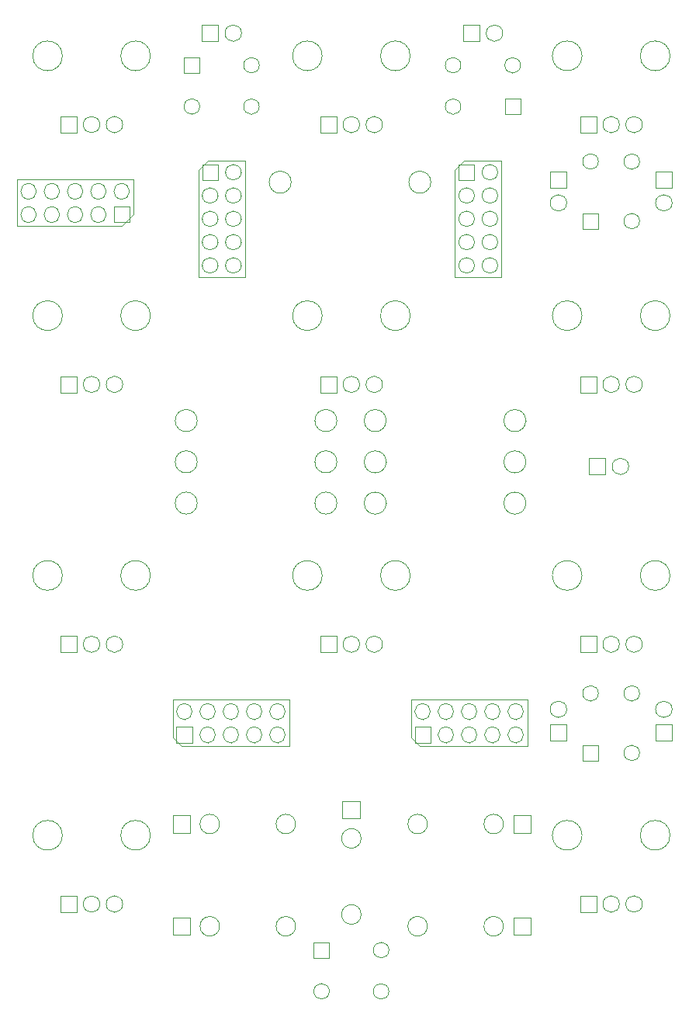
<source format=gbr>
%TF.GenerationSoftware,KiCad,Pcbnew,7.0.1*%
%TF.CreationDate,2023-10-25T20:50:30-07:00*%
%TF.ProjectId,daisy_ampsim_euro_pcb,64616973-795f-4616-9d70-73696d5f6575,rev?*%
%TF.SameCoordinates,Original*%
%TF.FileFunction,AssemblyDrawing,Bot*%
%FSLAX46Y46*%
G04 Gerber Fmt 4.6, Leading zero omitted, Abs format (unit mm)*
G04 Created by KiCad (PCBNEW 7.0.1) date 2023-10-25 20:50:30*
%MOMM*%
%LPD*%
G01*
G04 APERTURE LIST*
%ADD10C,0.100000*%
G04 APERTURE END LIST*
D10*
%TO.C,J_D1*%
X96540000Y-73350000D02*
X96540000Y-60650000D01*
X96540000Y-60650000D02*
X92460000Y-60650000D01*
X92460000Y-60650000D02*
X91460000Y-61650000D01*
X91460000Y-73350000D02*
X96540000Y-73350000D01*
X91460000Y-61650000D02*
X91460000Y-73350000D01*
%TO.C,J_B1*%
X73350000Y-119460000D02*
X60650000Y-119460000D01*
X60650000Y-119460000D02*
X60650000Y-123540000D01*
X60650000Y-123540000D02*
X61650000Y-124540000D01*
X73350000Y-124540000D02*
X73350000Y-119460000D01*
X61650000Y-124540000D02*
X73350000Y-124540000D01*
%TO.C,J4*%
X43650000Y-67810000D02*
X55080000Y-67810000D01*
X55080000Y-67810000D02*
X56350000Y-66540000D01*
X56350000Y-66540000D02*
X56350000Y-62730000D01*
X43650000Y-62730000D02*
X43650000Y-67810000D01*
X56350000Y-62730000D02*
X43650000Y-62730000D01*
%TO.C,J_A1*%
X68540000Y-73350000D02*
X68540000Y-60650000D01*
X68540000Y-60650000D02*
X64460000Y-60650000D01*
X64460000Y-60650000D02*
X63460000Y-61650000D01*
X63460000Y-73350000D02*
X68540000Y-73350000D01*
X63460000Y-61650000D02*
X63460000Y-73350000D01*
%TO.C,J_C1*%
X99350000Y-119460000D02*
X86650000Y-119460000D01*
X86650000Y-119460000D02*
X86650000Y-123540000D01*
X86650000Y-123540000D02*
X87650000Y-124540000D01*
X99350000Y-124540000D02*
X99350000Y-119460000D01*
X87650000Y-124540000D02*
X99350000Y-124540000D01*
%TD*%
%TO.C,R1*%
X88820000Y-63000000D02*
G75*
G03*
X88820000Y-63000000I-1200000J0D01*
G01*
X73580000Y-63000000D02*
X73580000Y-63000000D01*
X73580000Y-63000000D02*
G75*
G03*
X71180000Y-63000000I-1200000J0D01*
G01*
X71180000Y-63000000D02*
X71180000Y-63000000D01*
X71180000Y-63000000D02*
G75*
G03*
X73580000Y-63000000I1200000J0D01*
G01*
%TD*%
%TO.C,SW2*%
X96900000Y-53900000D02*
X96900000Y-55600000D01*
X98600000Y-55600000D01*
X98600000Y-53900000D01*
X96900000Y-53900000D01*
X92100000Y-54750000D02*
G75*
G03*
X92100000Y-54750000I-850000J0D01*
G01*
X98600000Y-50250000D02*
G75*
G03*
X98600000Y-50250000I-850000J0D01*
G01*
X92100000Y-50250000D02*
G75*
G03*
X92100000Y-50250000I-850000J0D01*
G01*
%TD*%
%TO.C,R2*%
X83950000Y-89000000D02*
G75*
G03*
X83950000Y-89000000I-1200000J0D01*
G01*
X96790000Y-89000000D02*
X96790000Y-89000000D01*
X96790000Y-89000000D02*
G75*
G03*
X99190000Y-89000000I1200000J0D01*
G01*
X99190000Y-89000000D02*
X99190000Y-89000000D01*
X99190000Y-89000000D02*
G75*
G03*
X96790000Y-89000000I-1200000J0D01*
G01*
%TD*%
%TO.C,D7*%
X101850000Y-122125000D02*
X101850000Y-123925000D01*
X103650000Y-123925000D01*
X103650000Y-122125000D01*
X101850000Y-122125000D01*
X103650000Y-120485000D02*
G75*
G03*
X103650000Y-120485000I-900000J0D01*
G01*
%TD*%
%TO.C,SW1*%
X61900000Y-49400000D02*
X61900000Y-51100000D01*
X63600000Y-51100000D01*
X63600000Y-49400000D01*
X61900000Y-49400000D01*
X70100000Y-50250000D02*
G75*
G03*
X70100000Y-50250000I-850000J0D01*
G01*
X63600000Y-54750000D02*
G75*
G03*
X63600000Y-54750000I-850000J0D01*
G01*
X70100000Y-54750000D02*
G75*
G03*
X70100000Y-54750000I-850000J0D01*
G01*
%TD*%
%TO.C,J1*%
X60685000Y-132035000D02*
X60685000Y-133965000D01*
X62515000Y-133965000D01*
X62515000Y-132035000D01*
X60685000Y-132035000D01*
X74065000Y-133000000D02*
G75*
G03*
X74065000Y-133000000I-1065000J0D01*
G01*
X65765000Y-133000000D02*
G75*
G03*
X65765000Y-133000000I-1065000J0D01*
G01*
%TD*%
%TO.C,RV3*%
X105320000Y-49225000D02*
G75*
G03*
X105320000Y-49225000I-1620000J0D01*
G01*
X114920000Y-49225000D02*
G75*
G03*
X114920000Y-49225000I-1620000J0D01*
G01*
X105100000Y-55825000D02*
X105100000Y-57625000D01*
X106900000Y-57625000D01*
X106900000Y-55825000D01*
X105100000Y-55825000D01*
X109400000Y-56725000D02*
G75*
G03*
X109400000Y-56725000I-900000J0D01*
G01*
X111900000Y-56725000D02*
G75*
G03*
X111900000Y-56725000I-900000J0D01*
G01*
%TD*%
%TO.C,D5*%
X106075000Y-93100000D02*
X106075000Y-94900000D01*
X107875000Y-94900000D01*
X107875000Y-93100000D01*
X106075000Y-93100000D01*
X110415000Y-94000000D02*
G75*
G03*
X110415000Y-94000000I-900000J0D01*
G01*
%TD*%
%TO.C,R7*%
X63330000Y-98000000D02*
G75*
G03*
X63330000Y-98000000I-1200000J0D01*
G01*
X76170000Y-98000000D02*
X76170000Y-98000000D01*
X76170000Y-98000000D02*
G75*
G03*
X78570000Y-98000000I1200000J0D01*
G01*
X78570000Y-98000000D02*
X78570000Y-98000000D01*
X78570000Y-98000000D02*
G75*
G03*
X76170000Y-98000000I-1200000J0D01*
G01*
%TD*%
%TO.C,R4*%
X99190000Y-98000000D02*
G75*
G03*
X99190000Y-98000000I-1200000J0D01*
G01*
X83950000Y-98000000D02*
X83950000Y-98000000D01*
X83950000Y-98000000D02*
G75*
G03*
X81550000Y-98000000I-1200000J0D01*
G01*
X81550000Y-98000000D02*
X81550000Y-98000000D01*
X81550000Y-98000000D02*
G75*
G03*
X83950000Y-98000000I1200000J0D01*
G01*
%TD*%
%TO.C,RV7*%
X48620000Y-105891666D02*
G75*
G03*
X48620000Y-105891666I-1620000J0D01*
G01*
X58220000Y-105891666D02*
G75*
G03*
X58220000Y-105891666I-1620000J0D01*
G01*
X48400000Y-112491666D02*
X48400000Y-114291666D01*
X50200000Y-114291666D01*
X50200000Y-112491666D01*
X48400000Y-112491666D01*
X52700000Y-113391666D02*
G75*
G03*
X52700000Y-113391666I-900000J0D01*
G01*
X55200000Y-113391666D02*
G75*
G03*
X55200000Y-113391666I-900000J0D01*
G01*
%TD*%
%TO.C,J6*%
X97865000Y-143185000D02*
X97865000Y-145115000D01*
X99695000Y-145115000D01*
X99695000Y-143185000D01*
X97865000Y-143185000D01*
X88445000Y-144150000D02*
G75*
G03*
X88445000Y-144150000I-1065000J0D01*
G01*
X96745000Y-144150000D02*
G75*
G03*
X96745000Y-144150000I-1065000J0D01*
G01*
%TD*%
%TO.C,RV8*%
X76970000Y-105891666D02*
G75*
G03*
X76970000Y-105891666I-1620000J0D01*
G01*
X86570000Y-105891666D02*
G75*
G03*
X86570000Y-105891666I-1620000J0D01*
G01*
X76750000Y-112491666D02*
X76750000Y-114291666D01*
X78550000Y-114291666D01*
X78550000Y-112491666D01*
X76750000Y-112491666D01*
X81050000Y-113391666D02*
G75*
G03*
X81050000Y-113391666I-900000J0D01*
G01*
X83550000Y-113391666D02*
G75*
G03*
X83550000Y-113391666I-900000J0D01*
G01*
%TD*%
%TO.C,D4*%
X113350000Y-61825000D02*
X113350000Y-63625000D01*
X115150000Y-63625000D01*
X115150000Y-61825000D01*
X113350000Y-61825000D01*
X115150000Y-65265000D02*
G75*
G03*
X115150000Y-65265000I-900000J0D01*
G01*
%TD*%
%TO.C,RV11*%
X105320000Y-134225000D02*
G75*
G03*
X105320000Y-134225000I-1620000J0D01*
G01*
X114920000Y-134225000D02*
G75*
G03*
X114920000Y-134225000I-1620000J0D01*
G01*
X105100000Y-140825000D02*
X105100000Y-142625000D01*
X106900000Y-142625000D01*
X106900000Y-140825000D01*
X105100000Y-140825000D01*
X109400000Y-141725000D02*
G75*
G03*
X109400000Y-141725000I-900000J0D01*
G01*
X111900000Y-141725000D02*
G75*
G03*
X111900000Y-141725000I-900000J0D01*
G01*
%TD*%
%TO.C,RV2*%
X76970000Y-49225000D02*
G75*
G03*
X76970000Y-49225000I-1620000J0D01*
G01*
X86570000Y-49225000D02*
G75*
G03*
X86570000Y-49225000I-1620000J0D01*
G01*
X76750000Y-55825000D02*
X76750000Y-57625000D01*
X78550000Y-57625000D01*
X78550000Y-55825000D01*
X76750000Y-55825000D01*
X81050000Y-56725000D02*
G75*
G03*
X81050000Y-56725000I-900000J0D01*
G01*
X83550000Y-56725000D02*
G75*
G03*
X83550000Y-56725000I-900000J0D01*
G01*
%TD*%
%TO.C,D6*%
X113350000Y-122125000D02*
X113350000Y-123925000D01*
X115150000Y-123925000D01*
X115150000Y-122125000D01*
X113350000Y-122125000D01*
X115150000Y-120485000D02*
G75*
G03*
X115150000Y-120485000I-900000J0D01*
G01*
%TD*%
%TO.C,RV5*%
X76970000Y-77558333D02*
G75*
G03*
X76970000Y-77558333I-1620000J0D01*
G01*
X86570000Y-77558333D02*
G75*
G03*
X86570000Y-77558333I-1620000J0D01*
G01*
X76750000Y-84158333D02*
X76750000Y-85958333D01*
X78550000Y-85958333D01*
X78550000Y-84158333D01*
X76750000Y-84158333D01*
X81050000Y-85058333D02*
G75*
G03*
X81050000Y-85058333I-900000J0D01*
G01*
X83550000Y-85058333D02*
G75*
G03*
X83550000Y-85058333I-900000J0D01*
G01*
%TD*%
%TO.C,D1*%
X63825000Y-45850000D02*
X63825000Y-47650000D01*
X65625000Y-47650000D01*
X65625000Y-45850000D01*
X63825000Y-45850000D01*
X68165000Y-46750000D02*
G75*
G03*
X68165000Y-46750000I-900000J0D01*
G01*
%TD*%
%TO.C,RV10*%
X48620000Y-134225000D02*
G75*
G03*
X48620000Y-134225000I-1620000J0D01*
G01*
X58220000Y-134225000D02*
G75*
G03*
X58220000Y-134225000I-1620000J0D01*
G01*
X48400000Y-140825000D02*
X48400000Y-142625000D01*
X50200000Y-142625000D01*
X50200000Y-140825000D01*
X48400000Y-140825000D01*
X52700000Y-141725000D02*
G75*
G03*
X52700000Y-141725000I-900000J0D01*
G01*
X55200000Y-141725000D02*
G75*
G03*
X55200000Y-141725000I-900000J0D01*
G01*
%TD*%
%TO.C,D2*%
X92325000Y-45850000D02*
X92325000Y-47650000D01*
X94125000Y-47650000D01*
X94125000Y-45850000D01*
X92325000Y-45850000D01*
X96665000Y-46750000D02*
G75*
G03*
X96665000Y-46750000I-900000J0D01*
G01*
%TD*%
%TO.C,RV4*%
X48620000Y-77558333D02*
G75*
G03*
X48620000Y-77558333I-1620000J0D01*
G01*
X58220000Y-77558333D02*
G75*
G03*
X58220000Y-77558333I-1620000J0D01*
G01*
X48400000Y-84158333D02*
X48400000Y-85958333D01*
X50200000Y-85958333D01*
X50200000Y-84158333D01*
X48400000Y-84158333D01*
X52700000Y-85058333D02*
G75*
G03*
X52700000Y-85058333I-900000J0D01*
G01*
X55200000Y-85058333D02*
G75*
G03*
X55200000Y-85058333I-900000J0D01*
G01*
%TD*%
%TO.C,D3*%
X101850000Y-61825000D02*
X101850000Y-63625000D01*
X103650000Y-63625000D01*
X103650000Y-61825000D01*
X101850000Y-61825000D01*
X103650000Y-65265000D02*
G75*
G03*
X103650000Y-65265000I-900000J0D01*
G01*
%TD*%
%TO.C,J2*%
X60685000Y-143185000D02*
X60685000Y-145115000D01*
X62515000Y-145115000D01*
X62515000Y-143185000D01*
X60685000Y-143185000D01*
X74065000Y-144150000D02*
G75*
G03*
X74065000Y-144150000I-1065000J0D01*
G01*
X65765000Y-144150000D02*
G75*
G03*
X65765000Y-144150000I-1065000J0D01*
G01*
%TD*%
%TO.C,R3*%
X99190000Y-93500000D02*
G75*
G03*
X99190000Y-93500000I-1200000J0D01*
G01*
X83950000Y-93500000D02*
X83950000Y-93500000D01*
X83950000Y-93500000D02*
G75*
G03*
X81550000Y-93500000I-1200000J0D01*
G01*
X81550000Y-93500000D02*
X81550000Y-93500000D01*
X81550000Y-93500000D02*
G75*
G03*
X83950000Y-93500000I1200000J0D01*
G01*
%TD*%
%TO.C,J3*%
X79185000Y-130549794D02*
X79185000Y-132379794D01*
X81115000Y-132379794D01*
X81115000Y-130549794D01*
X79185000Y-130549794D01*
X81215000Y-142864794D02*
G75*
G03*
X81215000Y-142864794I-1065000J0D01*
G01*
X81215000Y-134564794D02*
G75*
G03*
X81215000Y-134564794I-1065000J0D01*
G01*
%TD*%
%TO.C,RV1*%
X48620000Y-49225000D02*
G75*
G03*
X48620000Y-49225000I-1620000J0D01*
G01*
X58220000Y-49225000D02*
G75*
G03*
X58220000Y-49225000I-1620000J0D01*
G01*
X48400000Y-55825000D02*
X48400000Y-57625000D01*
X50200000Y-57625000D01*
X50200000Y-55825000D01*
X48400000Y-55825000D01*
X52700000Y-56725000D02*
G75*
G03*
X52700000Y-56725000I-900000J0D01*
G01*
X55200000Y-56725000D02*
G75*
G03*
X55200000Y-56725000I-900000J0D01*
G01*
%TD*%
%TO.C,J5*%
X97865000Y-132035000D02*
X97865000Y-133965000D01*
X99695000Y-133965000D01*
X99695000Y-132035000D01*
X97865000Y-132035000D01*
X88445000Y-133000000D02*
G75*
G03*
X88445000Y-133000000I-1065000J0D01*
G01*
X96745000Y-133000000D02*
G75*
G03*
X96745000Y-133000000I-1065000J0D01*
G01*
%TD*%
%TO.C,RV6*%
X105320000Y-77558333D02*
G75*
G03*
X105320000Y-77558333I-1620000J0D01*
G01*
X114920000Y-77558333D02*
G75*
G03*
X114920000Y-77558333I-1620000J0D01*
G01*
X105100000Y-84158333D02*
X105100000Y-85958333D01*
X106900000Y-85958333D01*
X106900000Y-84158333D01*
X105100000Y-84158333D01*
X109400000Y-85058333D02*
G75*
G03*
X109400000Y-85058333I-900000J0D01*
G01*
X111900000Y-85058333D02*
G75*
G03*
X111900000Y-85058333I-900000J0D01*
G01*
%TD*%
%TO.C,SW4*%
X105400000Y-124400000D02*
X105400000Y-126100000D01*
X107100000Y-126100000D01*
X107100000Y-124400000D01*
X105400000Y-124400000D01*
X107100000Y-118750000D02*
G75*
G03*
X107100000Y-118750000I-850000J0D01*
G01*
X111600000Y-125250000D02*
G75*
G03*
X111600000Y-125250000I-850000J0D01*
G01*
X111600000Y-118750000D02*
G75*
G03*
X111600000Y-118750000I-850000J0D01*
G01*
%TD*%
%TO.C,R6*%
X63330000Y-93500000D02*
G75*
G03*
X63330000Y-93500000I-1200000J0D01*
G01*
X76170000Y-93500000D02*
X76170000Y-93500000D01*
X76170000Y-93500000D02*
G75*
G03*
X78570000Y-93500000I1200000J0D01*
G01*
X78570000Y-93500000D02*
X78570000Y-93500000D01*
X78570000Y-93500000D02*
G75*
G03*
X76170000Y-93500000I-1200000J0D01*
G01*
%TD*%
%TO.C,RV9*%
X105320000Y-105891666D02*
G75*
G03*
X105320000Y-105891666I-1620000J0D01*
G01*
X114920000Y-105891666D02*
G75*
G03*
X114920000Y-105891666I-1620000J0D01*
G01*
X105100000Y-112491666D02*
X105100000Y-114291666D01*
X106900000Y-114291666D01*
X106900000Y-112491666D01*
X105100000Y-112491666D01*
X109400000Y-113391666D02*
G75*
G03*
X109400000Y-113391666I-900000J0D01*
G01*
X111900000Y-113391666D02*
G75*
G03*
X111900000Y-113391666I-900000J0D01*
G01*
%TD*%
%TO.C,SW3*%
X105400000Y-66400000D02*
X105400000Y-68100000D01*
X107100000Y-68100000D01*
X107100000Y-66400000D01*
X105400000Y-66400000D01*
X107100000Y-60750000D02*
G75*
G03*
X107100000Y-60750000I-850000J0D01*
G01*
X111600000Y-67250000D02*
G75*
G03*
X111600000Y-67250000I-850000J0D01*
G01*
X111600000Y-60750000D02*
G75*
G03*
X111600000Y-60750000I-850000J0D01*
G01*
%TD*%
%TO.C,SW5*%
X76050000Y-145900000D02*
X76050000Y-147600000D01*
X77750000Y-147600000D01*
X77750000Y-145900000D01*
X76050000Y-145900000D01*
X84250000Y-146750000D02*
G75*
G03*
X84250000Y-146750000I-850000J0D01*
G01*
X77750000Y-151250000D02*
G75*
G03*
X77750000Y-151250000I-850000J0D01*
G01*
X84250000Y-151250000D02*
G75*
G03*
X84250000Y-151250000I-850000J0D01*
G01*
%TD*%
%TO.C,R5*%
X63330000Y-89000000D02*
G75*
G03*
X63330000Y-89000000I-1200000J0D01*
G01*
X76170000Y-89000000D02*
X76170000Y-89000000D01*
X76170000Y-89000000D02*
G75*
G03*
X78570000Y-89000000I1200000J0D01*
G01*
X78570000Y-89000000D02*
X78570000Y-89000000D01*
X78570000Y-89000000D02*
G75*
G03*
X76170000Y-89000000I-1200000J0D01*
G01*
%TD*%
%TO.C,J_D1*%
X91880000Y-61070000D02*
X91880000Y-62770000D01*
X93580000Y-62770000D01*
X93580000Y-61070000D01*
X91880000Y-61070000D01*
X96120000Y-61920000D02*
X96120000Y-61920000D01*
X96120000Y-61920000D02*
G75*
G03*
X94420000Y-61920000I-850000J0D01*
G01*
X94420000Y-61920000D02*
X94420000Y-61920000D01*
X94420000Y-61920000D02*
G75*
G03*
X96120000Y-61920000I850000J0D01*
G01*
X93580000Y-64460000D02*
X93580000Y-64460000D01*
X93580000Y-64460000D02*
G75*
G03*
X91880000Y-64460000I-850000J0D01*
G01*
X91880000Y-64460000D02*
X91880000Y-64460000D01*
X91880000Y-64460000D02*
G75*
G03*
X93580000Y-64460000I850000J0D01*
G01*
X96120000Y-64460000D02*
X96120000Y-64460000D01*
X96120000Y-64460000D02*
G75*
G03*
X94420000Y-64460000I-850000J0D01*
G01*
X94420000Y-64460000D02*
X94420000Y-64460000D01*
X94420000Y-64460000D02*
G75*
G03*
X96120000Y-64460000I850000J0D01*
G01*
X93580000Y-67000000D02*
X93580000Y-67000000D01*
X93580000Y-67000000D02*
G75*
G03*
X91880000Y-67000000I-850000J0D01*
G01*
X91880000Y-67000000D02*
X91880000Y-67000000D01*
X91880000Y-67000000D02*
G75*
G03*
X93580000Y-67000000I850000J0D01*
G01*
X96120000Y-67000000D02*
X96120000Y-67000000D01*
X96120000Y-67000000D02*
G75*
G03*
X94420000Y-67000000I-850000J0D01*
G01*
X94420000Y-67000000D02*
X94420000Y-67000000D01*
X94420000Y-67000000D02*
G75*
G03*
X96120000Y-67000000I850000J0D01*
G01*
X93580000Y-69540000D02*
X93580000Y-69540000D01*
X93580000Y-69540000D02*
G75*
G03*
X91880000Y-69540000I-850000J0D01*
G01*
X91880000Y-69540000D02*
X91880000Y-69540000D01*
X91880000Y-69540000D02*
G75*
G03*
X93580000Y-69540000I850000J0D01*
G01*
X96120000Y-69540000D02*
X96120000Y-69540000D01*
X96120000Y-69540000D02*
G75*
G03*
X94420000Y-69540000I-850000J0D01*
G01*
X94420000Y-69540000D02*
X94420000Y-69540000D01*
X94420000Y-69540000D02*
G75*
G03*
X96120000Y-69540000I850000J0D01*
G01*
X93580000Y-72080000D02*
X93580000Y-72080000D01*
X93580000Y-72080000D02*
G75*
G03*
X91880000Y-72080000I-850000J0D01*
G01*
X91880000Y-72080000D02*
X91880000Y-72080000D01*
X91880000Y-72080000D02*
G75*
G03*
X93580000Y-72080000I850000J0D01*
G01*
X96120000Y-72080000D02*
X96120000Y-72080000D01*
X96120000Y-72080000D02*
G75*
G03*
X94420000Y-72080000I-850000J0D01*
G01*
X94420000Y-72080000D02*
X94420000Y-72080000D01*
X94420000Y-72080000D02*
G75*
G03*
X96120000Y-72080000I850000J0D01*
G01*
%TD*%
%TO.C,J_B1*%
X61070000Y-122420000D02*
X61070000Y-124120000D01*
X62770000Y-124120000D01*
X62770000Y-122420000D01*
X61070000Y-122420000D01*
X61920000Y-119880000D02*
X61920000Y-119880000D01*
X61920000Y-119880000D02*
G75*
G03*
X61920000Y-121580000I0J-850000D01*
G01*
X61920000Y-121580000D02*
X61920000Y-121580000D01*
X61920000Y-121580000D02*
G75*
G03*
X61920000Y-119880000I0J850000D01*
G01*
X64460000Y-122420000D02*
X64460000Y-122420000D01*
X64460000Y-122420000D02*
G75*
G03*
X64460000Y-124120000I0J-850000D01*
G01*
X64460000Y-124120000D02*
X64460000Y-124120000D01*
X64460000Y-124120000D02*
G75*
G03*
X64460000Y-122420000I0J850000D01*
G01*
X64460000Y-119880000D02*
X64460000Y-119880000D01*
X64460000Y-119880000D02*
G75*
G03*
X64460000Y-121580000I0J-850000D01*
G01*
X64460000Y-121580000D02*
X64460000Y-121580000D01*
X64460000Y-121580000D02*
G75*
G03*
X64460000Y-119880000I0J850000D01*
G01*
X67000000Y-122420000D02*
X67000000Y-122420000D01*
X67000000Y-122420000D02*
G75*
G03*
X67000000Y-124120000I0J-850000D01*
G01*
X67000000Y-124120000D02*
X67000000Y-124120000D01*
X67000000Y-124120000D02*
G75*
G03*
X67000000Y-122420000I0J850000D01*
G01*
X67000000Y-119880000D02*
X67000000Y-119880000D01*
X67000000Y-119880000D02*
G75*
G03*
X67000000Y-121580000I0J-850000D01*
G01*
X67000000Y-121580000D02*
X67000000Y-121580000D01*
X67000000Y-121580000D02*
G75*
G03*
X67000000Y-119880000I0J850000D01*
G01*
X69540000Y-122420000D02*
X69540000Y-122420000D01*
X69540000Y-122420000D02*
G75*
G03*
X69540000Y-124120000I0J-850000D01*
G01*
X69540000Y-124120000D02*
X69540000Y-124120000D01*
X69540000Y-124120000D02*
G75*
G03*
X69540000Y-122420000I0J850000D01*
G01*
X69540000Y-119880000D02*
X69540000Y-119880000D01*
X69540000Y-119880000D02*
G75*
G03*
X69540000Y-121580000I0J-850000D01*
G01*
X69540000Y-121580000D02*
X69540000Y-121580000D01*
X69540000Y-121580000D02*
G75*
G03*
X69540000Y-119880000I0J850000D01*
G01*
X72080000Y-122420000D02*
X72080000Y-122420000D01*
X72080000Y-122420000D02*
G75*
G03*
X72080000Y-124120000I0J-850000D01*
G01*
X72080000Y-124120000D02*
X72080000Y-124120000D01*
X72080000Y-124120000D02*
G75*
G03*
X72080000Y-122420000I0J850000D01*
G01*
X72080000Y-119880000D02*
X72080000Y-119880000D01*
X72080000Y-119880000D02*
G75*
G03*
X72080000Y-121580000I0J-850000D01*
G01*
X72080000Y-121580000D02*
X72080000Y-121580000D01*
X72080000Y-121580000D02*
G75*
G03*
X72080000Y-119880000I0J850000D01*
G01*
%TD*%
%TO.C,J4*%
X54230000Y-65690000D02*
X54230000Y-67390000D01*
X55930000Y-67390000D01*
X55930000Y-65690000D01*
X54230000Y-65690000D01*
X55080000Y-64850000D02*
X55080000Y-64850000D01*
X55080000Y-64850000D02*
G75*
G03*
X55080000Y-63150000I0J850000D01*
G01*
X55080000Y-63150000D02*
X55080000Y-63150000D01*
X55080000Y-63150000D02*
G75*
G03*
X55080000Y-64850000I0J-850000D01*
G01*
X52540000Y-67390000D02*
X52540000Y-67390000D01*
X52540000Y-67390000D02*
G75*
G03*
X52540000Y-65690000I0J850000D01*
G01*
X52540000Y-65690000D02*
X52540000Y-65690000D01*
X52540000Y-65690000D02*
G75*
G03*
X52540000Y-67390000I0J-850000D01*
G01*
X52540000Y-64850000D02*
X52540000Y-64850000D01*
X52540000Y-64850000D02*
G75*
G03*
X52540000Y-63150000I0J850000D01*
G01*
X52540000Y-63150000D02*
X52540000Y-63150000D01*
X52540000Y-63150000D02*
G75*
G03*
X52540000Y-64850000I0J-850000D01*
G01*
X50000000Y-67390000D02*
X50000000Y-67390000D01*
X50000000Y-67390000D02*
G75*
G03*
X50000000Y-65690000I0J850000D01*
G01*
X50000000Y-65690000D02*
X50000000Y-65690000D01*
X50000000Y-65690000D02*
G75*
G03*
X50000000Y-67390000I0J-850000D01*
G01*
X50000000Y-64850000D02*
X50000000Y-64850000D01*
X50000000Y-64850000D02*
G75*
G03*
X50000000Y-63150000I0J850000D01*
G01*
X50000000Y-63150000D02*
X50000000Y-63150000D01*
X50000000Y-63150000D02*
G75*
G03*
X50000000Y-64850000I0J-850000D01*
G01*
X47460000Y-67390000D02*
X47460000Y-67390000D01*
X47460000Y-67390000D02*
G75*
G03*
X47460000Y-65690000I0J850000D01*
G01*
X47460000Y-65690000D02*
X47460000Y-65690000D01*
X47460000Y-65690000D02*
G75*
G03*
X47460000Y-67390000I0J-850000D01*
G01*
X47460000Y-64850000D02*
X47460000Y-64850000D01*
X47460000Y-64850000D02*
G75*
G03*
X47460000Y-63150000I0J850000D01*
G01*
X47460000Y-63150000D02*
X47460000Y-63150000D01*
X47460000Y-63150000D02*
G75*
G03*
X47460000Y-64850000I0J-850000D01*
G01*
X44920000Y-67390000D02*
X44920000Y-67390000D01*
X44920000Y-67390000D02*
G75*
G03*
X44920000Y-65690000I0J850000D01*
G01*
X44920000Y-65690000D02*
X44920000Y-65690000D01*
X44920000Y-65690000D02*
G75*
G03*
X44920000Y-67390000I0J-850000D01*
G01*
X44920000Y-64850000D02*
X44920000Y-64850000D01*
X44920000Y-64850000D02*
G75*
G03*
X44920000Y-63150000I0J850000D01*
G01*
X44920000Y-63150000D02*
X44920000Y-63150000D01*
X44920000Y-63150000D02*
G75*
G03*
X44920000Y-64850000I0J-850000D01*
G01*
%TD*%
%TO.C,J_A1*%
X63880000Y-61070000D02*
X63880000Y-62770000D01*
X65580000Y-62770000D01*
X65580000Y-61070000D01*
X63880000Y-61070000D01*
X68120000Y-61920000D02*
X68120000Y-61920000D01*
X68120000Y-61920000D02*
G75*
G03*
X66420000Y-61920000I-850000J0D01*
G01*
X66420000Y-61920000D02*
X66420000Y-61920000D01*
X66420000Y-61920000D02*
G75*
G03*
X68120000Y-61920000I850000J0D01*
G01*
X65580000Y-64460000D02*
X65580000Y-64460000D01*
X65580000Y-64460000D02*
G75*
G03*
X63880000Y-64460000I-850000J0D01*
G01*
X63880000Y-64460000D02*
X63880000Y-64460000D01*
X63880000Y-64460000D02*
G75*
G03*
X65580000Y-64460000I850000J0D01*
G01*
X68120000Y-64460000D02*
X68120000Y-64460000D01*
X68120000Y-64460000D02*
G75*
G03*
X66420000Y-64460000I-850000J0D01*
G01*
X66420000Y-64460000D02*
X66420000Y-64460000D01*
X66420000Y-64460000D02*
G75*
G03*
X68120000Y-64460000I850000J0D01*
G01*
X65580000Y-67000000D02*
X65580000Y-67000000D01*
X65580000Y-67000000D02*
G75*
G03*
X63880000Y-67000000I-850000J0D01*
G01*
X63880000Y-67000000D02*
X63880000Y-67000000D01*
X63880000Y-67000000D02*
G75*
G03*
X65580000Y-67000000I850000J0D01*
G01*
X68120000Y-67000000D02*
X68120000Y-67000000D01*
X68120000Y-67000000D02*
G75*
G03*
X66420000Y-67000000I-850000J0D01*
G01*
X66420000Y-67000000D02*
X66420000Y-67000000D01*
X66420000Y-67000000D02*
G75*
G03*
X68120000Y-67000000I850000J0D01*
G01*
X65580000Y-69540000D02*
X65580000Y-69540000D01*
X65580000Y-69540000D02*
G75*
G03*
X63880000Y-69540000I-850000J0D01*
G01*
X63880000Y-69540000D02*
X63880000Y-69540000D01*
X63880000Y-69540000D02*
G75*
G03*
X65580000Y-69540000I850000J0D01*
G01*
X68120000Y-69540000D02*
X68120000Y-69540000D01*
X68120000Y-69540000D02*
G75*
G03*
X66420000Y-69540000I-850000J0D01*
G01*
X66420000Y-69540000D02*
X66420000Y-69540000D01*
X66420000Y-69540000D02*
G75*
G03*
X68120000Y-69540000I850000J0D01*
G01*
X65580000Y-72080000D02*
X65580000Y-72080000D01*
X65580000Y-72080000D02*
G75*
G03*
X63880000Y-72080000I-850000J0D01*
G01*
X63880000Y-72080000D02*
X63880000Y-72080000D01*
X63880000Y-72080000D02*
G75*
G03*
X65580000Y-72080000I850000J0D01*
G01*
X68120000Y-72080000D02*
X68120000Y-72080000D01*
X68120000Y-72080000D02*
G75*
G03*
X66420000Y-72080000I-850000J0D01*
G01*
X66420000Y-72080000D02*
X66420000Y-72080000D01*
X66420000Y-72080000D02*
G75*
G03*
X68120000Y-72080000I850000J0D01*
G01*
%TD*%
%TO.C,J_C1*%
X87070000Y-122420000D02*
X87070000Y-124120000D01*
X88770000Y-124120000D01*
X88770000Y-122420000D01*
X87070000Y-122420000D01*
X87920000Y-119880000D02*
X87920000Y-119880000D01*
X87920000Y-119880000D02*
G75*
G03*
X87920000Y-121580000I0J-850000D01*
G01*
X87920000Y-121580000D02*
X87920000Y-121580000D01*
X87920000Y-121580000D02*
G75*
G03*
X87920000Y-119880000I0J850000D01*
G01*
X90460000Y-122420000D02*
X90460000Y-122420000D01*
X90460000Y-122420000D02*
G75*
G03*
X90460000Y-124120000I0J-850000D01*
G01*
X90460000Y-124120000D02*
X90460000Y-124120000D01*
X90460000Y-124120000D02*
G75*
G03*
X90460000Y-122420000I0J850000D01*
G01*
X90460000Y-119880000D02*
X90460000Y-119880000D01*
X90460000Y-119880000D02*
G75*
G03*
X90460000Y-121580000I0J-850000D01*
G01*
X90460000Y-121580000D02*
X90460000Y-121580000D01*
X90460000Y-121580000D02*
G75*
G03*
X90460000Y-119880000I0J850000D01*
G01*
X93000000Y-122420000D02*
X93000000Y-122420000D01*
X93000000Y-122420000D02*
G75*
G03*
X93000000Y-124120000I0J-850000D01*
G01*
X93000000Y-124120000D02*
X93000000Y-124120000D01*
X93000000Y-124120000D02*
G75*
G03*
X93000000Y-122420000I0J850000D01*
G01*
X93000000Y-119880000D02*
X93000000Y-119880000D01*
X93000000Y-119880000D02*
G75*
G03*
X93000000Y-121580000I0J-850000D01*
G01*
X93000000Y-121580000D02*
X93000000Y-121580000D01*
X93000000Y-121580000D02*
G75*
G03*
X93000000Y-119880000I0J850000D01*
G01*
X95540000Y-122420000D02*
X95540000Y-122420000D01*
X95540000Y-122420000D02*
G75*
G03*
X95540000Y-124120000I0J-850000D01*
G01*
X95540000Y-124120000D02*
X95540000Y-124120000D01*
X95540000Y-124120000D02*
G75*
G03*
X95540000Y-122420000I0J850000D01*
G01*
X95540000Y-119880000D02*
X95540000Y-119880000D01*
X95540000Y-119880000D02*
G75*
G03*
X95540000Y-121580000I0J-850000D01*
G01*
X95540000Y-121580000D02*
X95540000Y-121580000D01*
X95540000Y-121580000D02*
G75*
G03*
X95540000Y-119880000I0J850000D01*
G01*
X98080000Y-122420000D02*
X98080000Y-122420000D01*
X98080000Y-122420000D02*
G75*
G03*
X98080000Y-124120000I0J-850000D01*
G01*
X98080000Y-124120000D02*
X98080000Y-124120000D01*
X98080000Y-124120000D02*
G75*
G03*
X98080000Y-122420000I0J850000D01*
G01*
X98080000Y-119880000D02*
X98080000Y-119880000D01*
X98080000Y-119880000D02*
G75*
G03*
X98080000Y-121580000I0J-850000D01*
G01*
X98080000Y-121580000D02*
X98080000Y-121580000D01*
X98080000Y-121580000D02*
G75*
G03*
X98080000Y-119880000I0J850000D01*
G01*
%TD*%
M02*

</source>
